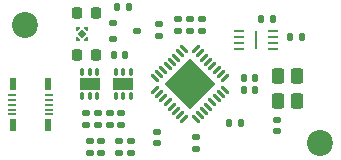
<source format=gbr>
%TF.GenerationSoftware,KiCad,Pcbnew,9.0.2*%
%TF.CreationDate,2025-06-09T13:24:08-05:00*%
%TF.ProjectId,ICEBATS384,49434542-4154-4533-9338-342e6b696361,rev?*%
%TF.SameCoordinates,Original*%
%TF.FileFunction,Soldermask,Top*%
%TF.FilePolarity,Negative*%
%FSLAX46Y46*%
G04 Gerber Fmt 4.6, Leading zero omitted, Abs format (unit mm)*
G04 Created by KiCad (PCBNEW 9.0.2) date 2025-06-09 13:24:08*
%MOMM*%
%LPD*%
G01*
G04 APERTURE LIST*
G04 Aperture macros list*
%AMRoundRect*
0 Rectangle with rounded corners*
0 $1 Rounding radius*
0 $2 $3 $4 $5 $6 $7 $8 $9 X,Y pos of 4 corners*
0 Add a 4 corners polygon primitive as box body*
4,1,4,$2,$3,$4,$5,$6,$7,$8,$9,$2,$3,0*
0 Add four circle primitives for the rounded corners*
1,1,$1+$1,$2,$3*
1,1,$1+$1,$4,$5*
1,1,$1+$1,$6,$7*
1,1,$1+$1,$8,$9*
0 Add four rect primitives between the rounded corners*
20,1,$1+$1,$2,$3,$4,$5,0*
20,1,$1+$1,$4,$5,$6,$7,0*
20,1,$1+$1,$6,$7,$8,$9,0*
20,1,$1+$1,$8,$9,$2,$3,0*%
%AMRotRect*
0 Rectangle, with rotation*
0 The origin of the aperture is its center*
0 $1 length*
0 $2 width*
0 $3 Rotation angle, in degrees counterclockwise*
0 Add horizontal line*
21,1,$1,$2,0,0,$3*%
%AMFreePoly0*
4,1,6,0.130000,0.115000,0.130000,-0.115000,-0.130000,-0.115000,-0.130000,0.275000,-0.020000,0.275000,0.130000,0.115000,0.130000,0.115000,$1*%
%AMFreePoly1*
4,1,6,0.130000,-0.115000,-0.130000,-0.115000,-0.130000,0.115000,0.020000,0.275000,0.130000,0.275000,0.130000,-0.115000,0.130000,-0.115000,$1*%
G04 Aperture macros list end*
%ADD10RoundRect,0.112500X-0.237500X0.112500X-0.237500X-0.112500X0.237500X-0.112500X0.237500X0.112500X0*%
%ADD11RoundRect,0.147500X-0.172500X0.147500X-0.172500X-0.147500X0.172500X-0.147500X0.172500X0.147500X0*%
%ADD12RoundRect,0.135000X0.185000X-0.135000X0.185000X0.135000X-0.185000X0.135000X-0.185000X-0.135000X0*%
%ADD13RoundRect,0.140000X0.170000X-0.140000X0.170000X0.140000X-0.170000X0.140000X-0.170000X-0.140000X0*%
%ADD14RoundRect,0.075000X0.075000X-0.247500X0.075000X0.247500X-0.075000X0.247500X-0.075000X-0.247500X0*%
%ADD15R,1.700000X1.010000*%
%ADD16RoundRect,0.225000X-0.225000X-0.250000X0.225000X-0.250000X0.225000X0.250000X-0.225000X0.250000X0*%
%ADD17C,2.200000*%
%ADD18RoundRect,0.140000X-0.140000X-0.170000X0.140000X-0.170000X0.140000X0.170000X-0.140000X0.170000X0*%
%ADD19RoundRect,0.062500X-0.387500X-0.062500X0.387500X-0.062500X0.387500X0.062500X-0.387500X0.062500X0*%
%ADD20R,0.200000X1.600000*%
%ADD21RoundRect,0.062500X-0.220971X-0.309359X0.309359X0.220971X0.220971X0.309359X-0.309359X-0.220971X0*%
%ADD22RoundRect,0.062500X0.220971X-0.309359X0.309359X-0.220971X-0.220971X0.309359X-0.309359X0.220971X0*%
%ADD23RotRect,3.100000X3.100000X45.000000*%
%ADD24RoundRect,0.135000X-0.185000X0.135000X-0.185000X-0.135000X0.185000X-0.135000X0.185000X0.135000X0*%
%ADD25RoundRect,0.135000X0.135000X0.185000X-0.135000X0.185000X-0.135000X-0.185000X0.135000X-0.185000X0*%
%ADD26RoundRect,0.140000X-0.170000X0.140000X-0.170000X-0.140000X0.170000X-0.140000X0.170000X0.140000X0*%
%ADD27RoundRect,0.140000X0.140000X0.170000X-0.140000X0.170000X-0.140000X-0.170000X0.140000X-0.170000X0*%
%ADD28FreePoly0,0.000000*%
%ADD29FreePoly1,0.000000*%
%ADD30FreePoly0,180.000000*%
%ADD31FreePoly1,180.000000*%
%ADD32RotRect,0.520000X0.520000X225.000000*%
%ADD33R,0.700000X0.220000*%
%ADD34R,0.500000X1.000000*%
%ADD35RoundRect,0.250000X0.300000X-0.400000X0.300000X0.400000X-0.300000X0.400000X-0.300000X-0.400000X0*%
G04 APERTURE END LIST*
D10*
%TO.C,U3*%
X37000000Y-35500000D03*
X35000000Y-36150000D03*
X35000000Y-34850000D03*
%TD*%
D11*
%TO.C,D2*%
X34000000Y-45800000D03*
X34000000Y-44830000D03*
%TD*%
D12*
%TO.C,R6*%
X33686790Y-42448711D03*
X33686790Y-43468711D03*
%TD*%
%TO.C,R5*%
X32686790Y-42448711D03*
X32686790Y-43468711D03*
%TD*%
%TO.C,R7*%
X34686790Y-42448711D03*
X34686790Y-43468711D03*
%TD*%
D13*
%TO.C,C7*%
X41500000Y-35480000D03*
X41500000Y-34520000D03*
%TD*%
D11*
%TO.C,D4*%
X36500000Y-44830000D03*
X36500000Y-45800000D03*
%TD*%
D14*
%TO.C,Q1*%
X32350000Y-41000000D03*
X33000000Y-41000000D03*
X33650000Y-41000000D03*
X33650000Y-38945000D03*
X33000000Y-38945000D03*
X32350000Y-38945000D03*
D15*
X33000000Y-39972500D03*
%TD*%
D16*
%TO.C,C9*%
X31950000Y-34000000D03*
X33500000Y-34000000D03*
%TD*%
D14*
%TO.C,Q2*%
X35200000Y-41000000D03*
X35850000Y-41000000D03*
X36500000Y-41000000D03*
X36500000Y-38945000D03*
X35850000Y-38945000D03*
X35200000Y-38945000D03*
D15*
X35850000Y-39972500D03*
%TD*%
D17*
%TO.C,REF\u002A\u002A*%
X52500000Y-45000000D03*
%TD*%
D18*
%TO.C,C11*%
X35040000Y-37500000D03*
X36000000Y-37500000D03*
%TD*%
D19*
%TO.C,U2*%
X45650000Y-35500000D03*
X45650000Y-36000000D03*
X45650000Y-36500000D03*
X45650000Y-37000000D03*
X48500000Y-37000000D03*
X48500000Y-36500000D03*
X48500000Y-36000000D03*
X48500000Y-35500000D03*
D20*
X47075000Y-36250000D03*
%TD*%
D21*
%TO.C,U1*%
X38538990Y-40486136D03*
X38892544Y-40839689D03*
X39246097Y-41193243D03*
X39599651Y-41546796D03*
X39953204Y-41900349D03*
X40306757Y-42253903D03*
X40660311Y-42607456D03*
X41013864Y-42961010D03*
D22*
X41986136Y-42961010D03*
X42339689Y-42607456D03*
X42693243Y-42253903D03*
X43046796Y-41900349D03*
X43400349Y-41546796D03*
X43753903Y-41193243D03*
X44107456Y-40839689D03*
X44461010Y-40486136D03*
D21*
X44461010Y-39513864D03*
X44107456Y-39160311D03*
X43753903Y-38806757D03*
X43400349Y-38453204D03*
X43046796Y-38099651D03*
X42693243Y-37746097D03*
X42339689Y-37392544D03*
X41986136Y-37038990D03*
D22*
X41013864Y-37038990D03*
X40660311Y-37392544D03*
X40306757Y-37746097D03*
X39953204Y-38099651D03*
X39599651Y-38453204D03*
X39246097Y-38806757D03*
X38892544Y-39160311D03*
X38538990Y-39513864D03*
D23*
X41500000Y-40000000D03*
%TD*%
D24*
%TO.C,R3*%
X38900000Y-34880000D03*
X38900000Y-35900000D03*
%TD*%
D25*
%TO.C,R1*%
X45800000Y-43300000D03*
X44780000Y-43300000D03*
%TD*%
D26*
%TO.C,C5*%
X38700000Y-44020000D03*
X38700000Y-44980000D03*
%TD*%
D25*
%TO.C,R4*%
X51010000Y-36000000D03*
X49990000Y-36000000D03*
%TD*%
D17*
%TO.C,REF\u002A\u002A*%
X27500000Y-35000000D03*
%TD*%
D26*
%TO.C,C4*%
X42000000Y-44500000D03*
X42000000Y-45460000D03*
%TD*%
D27*
%TO.C,C8*%
X48500000Y-34500000D03*
X47540000Y-34500000D03*
%TD*%
D11*
%TO.C,D3*%
X35500000Y-44830000D03*
X35500000Y-45800000D03*
%TD*%
D18*
%TO.C,C3*%
X46040000Y-39500000D03*
X47000000Y-39500000D03*
%TD*%
D26*
%TO.C,C12*%
X48900000Y-43000000D03*
X48900000Y-43960000D03*
%TD*%
D11*
%TO.C,D1*%
X33000000Y-44830000D03*
X33000000Y-45800000D03*
%TD*%
D16*
%TO.C,C10*%
X31950000Y-37500000D03*
X33500000Y-37500000D03*
%TD*%
D28*
%TO.C,U4*%
X32039627Y-36240502D03*
D29*
X32689627Y-36240502D03*
D30*
X32689627Y-35270502D03*
D31*
X32039627Y-35270502D03*
D32*
X32364627Y-35755502D03*
%TD*%
D33*
%TO.C,J1*%
X29549999Y-42550005D03*
X29549999Y-42150003D03*
X29549999Y-41750004D03*
X29549999Y-41350005D03*
X29549999Y-40950003D03*
X26450001Y-42550005D03*
X26450001Y-42150003D03*
X26450001Y-41750004D03*
X26450001Y-41350005D03*
X26450001Y-40950003D03*
D34*
X29500000Y-43500000D03*
X29500000Y-40000008D03*
X26500000Y-43500000D03*
X26500000Y-40000008D03*
%TD*%
D18*
%TO.C,C2*%
X46040000Y-40500000D03*
X47000000Y-40500000D03*
%TD*%
D13*
%TO.C,C1*%
X42500000Y-35480000D03*
X42500000Y-34520000D03*
%TD*%
D25*
%TO.C,R2*%
X36300000Y-33500000D03*
X35280000Y-33500000D03*
%TD*%
D35*
%TO.C,Y1*%
X50599651Y-41453204D03*
X50599651Y-39353204D03*
X48949651Y-39353204D03*
X48949651Y-41453204D03*
%TD*%
D13*
%TO.C,C6*%
X40500000Y-35480000D03*
X40500000Y-34520000D03*
%TD*%
D12*
%TO.C,R8*%
X35686790Y-42448711D03*
X35686790Y-43468711D03*
%TD*%
M02*

</source>
